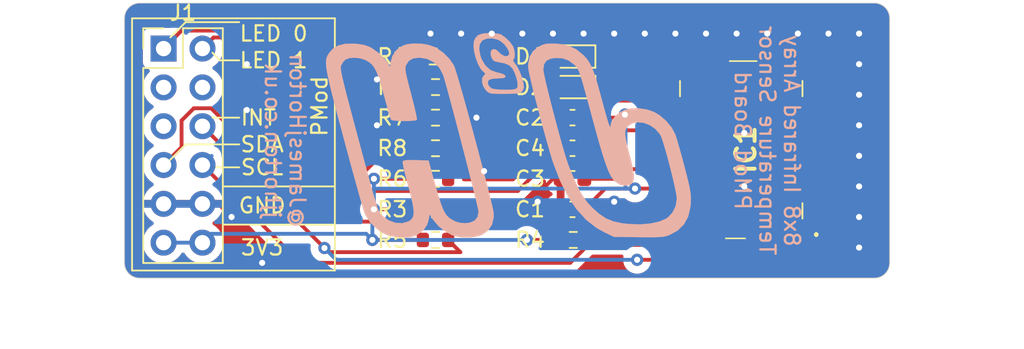
<source format=kicad_pcb>
(kicad_pcb (version 20221018) (generator pcbnew)
  (layers (0 "F.Cu" signal) (31 "B.Cu" signal) (34 "B.Paste" user) (35 "F.Paste" user) (36 "B.SilkS" user "B.Silkscreen") (37 "F.SilkS" user "F.Silkscreen") (38 "B.Mask" user) (39 "F.Mask" user) (44 "Edge.Cuts" user))
  (net 0 "")
  (net 1 "GND")
  (net 2 "+3V3")
  (net 3 "Net-(C3-Pad1)")
  (net 4 "Net-(C4-Pad2)")
  (net 5 "Net-(C4-Pad1)")
  (net 6 "Net-(D1-Pad2)")
  (net 7 "Net-(D2-Pad2)")
  (net 8 "Net-(IC1-Pad14)")
  (net 9 "Net-(IC1-Pad11)")
  (net 10 "Net-(IC1-Pad8)")
  (net 11 "Net-(IC1-Pad7)")
  (net 12 "Net-(IC1-Pad5)")
  (net 13 "INT")
  (net 14 "SCL")
  (net 15 "SDA")
  (net 16 "Net-(IC1-Pad1)")
  (net 17 "LED0")
  (net 18 "LED1")
  (net 19 "Net-(J1-Pad3)")
  (net 20 "Net-(J1-Pad5)")
  (net 21 "Net-(J1-Pad4)")
  (footprint "Capacitor_SMD:C_0603_1608Metric" (layer "F.Cu") (at 139.275 89.5 180)
    (fp_text reference "C1" (at 2.775 0) (layer "F.SilkS"))
    (fp_text value "0.1u")
    (fp_line (start -0.14058 -0.51) (end 0.14058 -0.51) (stroke (width 0.12)) (layer "F.SilkS"))
    (fp_line (start -0.14058 0.51) (end 0.14058 0.51) (stroke (width 0.12)) (layer "F.SilkS"))
    (pad "1" smd roundrect (at -0.775 0 180) (size 0.9 0.95) (layers "F.Cu" "F.Paste" "F.Mask") (net 2 "+3V3"))
    (pad "2" smd roundrect (at 0.775 0 180) (size 0.9 0.95) (layers "F.Cu" "F.Paste" "F.Mask") (net 1 "GND"))
  )
  (footprint "Capacitor_SMD:C_0603_1608Metric" (layer "F.Cu") (at 139.275 83.5 180)
    (fp_text reference "C2" (at 2.775 0) (layer "F.SilkS"))
    (fp_text value "10u")
    (fp_line (start -0.14058 -0.51) (end 0.14058 -0.51) (stroke (width 0.12)) (layer "F.SilkS"))
    (fp_line (start -0.14058 0.51) (end 0.14058 0.51) (stroke (width 0.12)) (layer "F.SilkS"))
    (pad "1" smd roundrect (at -0.775 0 180) (size 0.9 0.95) (layers "F.Cu" "F.Paste" "F.Mask") (net 2 "+3V3"))
    (pad "2" smd roundrect (at 0.775 0 180) (size 0.9 0.95) (layers "F.Cu" "F.Paste" "F.Mask") (net 1 "GND"))
  )
  (footprint "Capacitor_SMD:C_0603_1608Metric" (layer "F.Cu") (at 139.275 87.5 180)
    (fp_text reference "C3" (at 2.775 0) (layer "F.SilkS"))
    (fp_text value "1.5u")
    (fp_line (start -0.14058 -0.51) (end 0.14058 -0.51) (stroke (width 0.12)) (layer "F.SilkS"))
    (fp_line (start -0.14058 0.51) (end 0.14058 0.51) (stroke (width 0.12)) (layer "F.SilkS"))
    (pad "1" smd roundrect (at -0.775 0 180) (size 0.9 0.95) (layers "F.Cu" "F.Paste" "F.Mask") (net 3 "Net-(C3-Pad1)"))
    (pad "2" smd roundrect (at 0.775 0 180) (size 0.9 0.95) (layers "F.Cu" "F.Paste" "F.Mask") (net 1 "GND"))
  )
  (footprint "Capacitor_SMD:C_0603_1608Metric" (layer "F.Cu") (at 139.275 85.5 180)
    (fp_text reference "C4" (at 2.775 0) (layer "F.SilkS"))
    (fp_text value "1u")
    (fp_line (start -0.14058 -0.51) (end 0.14058 -0.51) (stroke (width 0.12)) (layer "F.SilkS"))
    (fp_line (start -0.14058 0.51) (end 0.14058 0.51) (stroke (width 0.12)) (layer "F.SilkS"))
    (pad "1" smd roundrect (at -0.775 0 180) (size 0.9 0.95) (layers "F.Cu" "F.Paste" "F.Mask") (net 5 "Net-(C4-Pad1)"))
    (pad "2" smd roundrect (at 0.775 0 180) (size 0.9 0.95) (layers "F.Cu" "F.Paste" "F.Mask") (net 4 "Net-(C4-Pad2)"))
  )
  (footprint "LED_SMD:LED_0603_1608Metric" (layer "F.Cu") (at 139.2875 79.5 180)
    (fp_text reference "D1" (at 2.7875 0) (layer "F.SilkS"))
    (fp_text value "LED")
    (fp_line (start -1.485 -0.735) (end -1.485 0.735) (stroke (width 0.12)) (layer "F.SilkS"))
    (fp_line (start -1.485 0.735) (end 0.8 0.735) (stroke (width 0.12)) (layer "F.SilkS"))
    (fp_line (start 0.8 -0.735) (end -1.485 -0.735) (stroke (width 0.12)) (layer "F.SilkS"))
    (pad "1" smd roundrect (at -0.7875 0 180) (size 0.875 0.95) (layers "F.Cu" "F.Paste" "F.Mask") (net 1 "GND"))
    (pad "2" smd roundrect (at 0.7875 0 180) (size 0.875 0.95) (layers "F.Cu" "F.Paste" "F.Mask") (net 6 "Net-(D1-Pad2)"))
  )
  (footprint "LED_SMD:LED_0603_1608Metric" (layer "F.Cu") (at 139.2875 81.5 180)
    (fp_text reference "D2" (at 2.7875 0) (layer "F.SilkS"))
    (fp_text value "LED")
    (fp_line (start -1.485 -0.735) (end -1.485 0.735) (stroke (width 0.12)) (layer "F.SilkS"))
    (fp_line (start -1.485 0.735) (end 0.8 0.735) (stroke (width 0.12)) (layer "F.SilkS"))
    (fp_line (start 0.8 -0.735) (end -1.485 -0.735) (stroke (width 0.12)) (layer "F.SilkS"))
    (pad "1" smd roundrect (at -0.7875 0 180) (size 0.875 0.95) (layers "F.Cu" "F.Paste" "F.Mask") (net 1 "GND"))
    (pad "2" smd roundrect (at 0.7875 0 180) (size 0.875 0.95) (layers "F.Cu" "F.Paste" "F.Mask") (net 7 "Net-(D2-Pad2)"))
  )
  (footprint "jjh:AMG8834" (layer "F.Cu") (at 150.3 85.6 90)
    (fp_text reference "IC1" (at 0 0.3 90) (layer "F.SilkS") (effects (font (size 1.27 1.27) (thickness 0.254))))
    (fp_text value "AMG8834" hide)
    (fp_line (start -5.8 -1) (end -5.8 -1) (stroke (width 0.1)) (layer "F.SilkS"))
    (fp_line (start -5.8 -1) (end -5.8 0.25) (stroke (width 0.1)) (layer "F.SilkS"))
    (fp_line (start -5.8 0.25) (end -5.8 -1) (stroke (width 0.1)) (layer "F.SilkS"))
    (fp_line (start -5.8 0.25) (end -5.8 0.25) (stroke (width 0.1)) (layer "F.SilkS"))
    (fp_line (start -5.6 4.9) (end -5.6 4.9) (stroke (width 0.2)) (layer "F.SilkS"))
    (fp_line (start -5.6 4.9) (end -5.6 4.9) (stroke (width 0.2)) (layer "F.SilkS"))
    (fp_line (start -5.5 4.9) (end -5.5 4.9) (stroke (width 0.2)) (layer "F.SilkS"))
    (fp_line (start -4.5 -4) (end -4.5 -4) (stroke (width 0.1)) (layer "F.SilkS"))
    (fp_line (start -4.5 -4) (end -3.5 -4) (stroke (width 0.1)) (layer "F.SilkS"))
    (fp_line (start -4.5 4) (end -4.5 4) (stroke (width 0.1)) (layer "F.SilkS"))
    (fp_line (start -4.5 4) (end -3.5 4) (stroke (width 0.1)) (layer "F.SilkS"))
    (fp_line (start -3.5 -4) (end -4.5 -4) (stroke (width 0.1)) (layer "F.SilkS"))
    (fp_line (start -3.5 -4) (end -3.5 -4) (stroke (width 0.1)) (layer "F.SilkS"))
    (fp_line (start -3.5 4) (end -4.5 4) (stroke (width 0.1)) (layer "F.SilkS"))
    (fp_line (start -3.5 4) (end -3.5 4) (stroke (width 0.1)) (layer "F.SilkS"))
    (fp_line (start 3.5 -4) (end 3.5 -4) (stroke (width 0.1)) (layer "F.SilkS"))
    (fp_line (start 3.5 -4) (end 4.5 -4) (stroke (width 0.1)) (layer "F.SilkS"))
    (fp_line (start 3.5 4) (end 3.5 4) (stroke (width 0.1)) (layer "F.SilkS"))
    (fp_line (start 3.5 4) (end 4.5 4) (stroke (width 0.1)) (layer "F.SilkS"))
    (fp_line (start 4.5 -4) (end 3.5 -4) (stroke (width 0.1)) (layer "F.SilkS"))
    (fp_line (start 4.5 -4) (end 4.5 -4) (stroke (width 0.1)) (layer "F.SilkS"))
    (fp_line (start 4.5 4) (end 3.5 4) (stroke (width 0.1)) (layer "F.SilkS"))
    (fp_line (start 4.5 4) (end 4.5 4) (stroke (width 0.1)) (layer "F.SilkS"))
    (fp_line (start 5.8 -0.75) (end 5.8 -0.75) (stroke (width 0.1)) (layer "F.SilkS"))
    (fp_line (start 5.8 -0.75) (end 5.8 1) (stroke (width 0.1)) (layer "F.SilkS"))
    (fp_line (start 5.8 1) (end 5.8 -0.75) (stroke (width 0.1)) (layer "F.SilkS"))
    (fp_line (start 5.8 1) (end 5.8 1) (stroke (width 0.1)) (layer "F.SilkS"))
    (fp_arc (start -5.6 4.9) (mid -5.55 4.85) (end -5.5 4.9) (stroke (width 0.2)) (layer "F.SilkS"))
    (fp_arc (start -5.5 4.9) (mid -5.55 4.95) (end -5.6 4.9) (stroke (width 0.2)) (layer "F.SilkS"))
    (fp_arc (start -5.5 4.9) (mid -5.55 4.95) (end -5.6 4.9) (stroke (width 0.2)) (layer "F.SilkS"))
    (pad "1" smd rect (at -5.5 2.55 90) (size 0.8 3.6) (layers "F.Cu" "F.Paste" "F.Mask") (net 16 "Net-(IC1-Pad1)"))
    (pad "2" smd rect (at -2.54 3.05 90) (size 0.7 2.6) (layers "F.Cu" "F.Paste" "F.Mask") (net 15 "SDA"))
    (pad "3" smd rect (at -1.27 3.05 90) (size 0.7 2.6) (layers "F.Cu" "F.Paste" "F.Mask") (net 14 "SCL"))
    (pad "4" smd rect (at 0 3.05 90) (size 0.7 2.6) (layers "F.Cu" "F.Paste" "F.Mask") (net 13 "INT"))
    (pad "5" smd rect (at 1.27 3.05 90) (size 0.7 2.6) (layers "F.Cu" "F.Paste" "F.Mask") (net 12 "Net-(IC1-Pad5)"))
    (pad "6" smd rect (at 2.54 3.05 90) (size 0.7 2.6) (layers "F.Cu" "F.Paste" "F.Mask") (net 1 "GND"))
    (pad "7" smd rect (at 5.5 3.05 90) (size 0.8 2.6) (layers "F.Cu" "F.Paste" "F.Mask") (net 11 "Net-(IC1-Pad7)"))
    (pad "8" smd rect (at 5.5 -3.05 90) (size 0.8 2.6) (layers "F.Cu" "F.Paste" "F.Mask") (net 10 "Net-(IC1-Pad8)"))
    (pad "9" smd rect (at 2.54 -3.05 90) (size 0.7 2.6) (layers "F.Cu" "F.Paste" "F.Mask") (net 2 "+3V3"))
    (pad "10" smd rect (at 1.27 -3.05 90) (size 0.7 2.6) (layers "F.Cu" "F.Paste" "F.Mask") (net 5 "Net-(C4-Pad1)"))
    (pad "11" smd rect (at 0 -3.05 90) (size 0.7 2.6) (layers "F.Cu" "F.Paste" "F.Mask") (net 9 "Net-(IC1-Pad11)"))
    (pad "12" smd rect (at -1.27 -3.05 90) (size 0.7 2.6) (layers "F.Cu" "F.Paste" "F.Mask") (net 3 "Net-(C3-Pad1)"))
    (pad "13" smd rect (at -2.54 -3.05 90) (size 0.7 2.6) (layers "F.Cu" "F.Paste" "F.Mask") (net 2 "+3V3"))
    (pad "14" smd rect (at -5.5 -3.05 90) (size 0.8 2.6) (layers "F.Cu" "F.Paste" "F.Mask") (net 8 "Net-(IC1-Pad14)"))
  )
  (footprint "Resistor_SMD:R_0603_1608Metric" (layer "F.Cu") (at 130.175 79.5)
    (fp_text reference "R1" (at -2.675 0) (layer "F.SilkS"))
    (fp_text value "R")
    (fp_line (start -0.237258 -0.5225) (end 0.237258 -0.5225) (stroke (width 0.12)) (layer "F.SilkS"))
    (fp_line (start -0.237258 0.5225) (end 0.237258 0.5225) (stroke (width 0.12)) (layer "F.SilkS"))
    (pad "1" smd roundrect (at -0.825 0) (size 0.8 0.95) (layers "F.Cu" "F.Paste" "F.Mask") (net 17 "LED0"))
    (pad "2" smd roundrect (at 0.825 0) (size 0.8 0.95) (layers "F.Cu" "F.Paste" "F.Mask") (net 6 "Net-(D1-Pad2)"))
  )
  (footprint "Resistor_SMD:R_0603_1608Metric" (layer "F.Cu") (at 130.325 81.5)
    (fp_text reference "R2" (at -2.825 0) (layer "F.SilkS"))
    (fp_text value "R")
    (fp_line (start -0.237258 -0.5225) (end 0.237258 -0.5225) (stroke (width 0.12)) (layer "F.SilkS"))
    (fp_line (start -0.237258 0.5225) (end 0.237258 0.5225) (stroke (width 0.12)) (layer "F.SilkS"))
    (pad "1" smd roundrect (at -0.825 0) (size 0.8 0.95) (layers "F.Cu" "F.Paste" "F.Mask") (net 18 "LED1"))
    (pad "2" smd roundrect (at 0.825 0) (size 0.8 0.95) (layers "F.Cu" "F.Paste" "F.Mask") (net 7 "Net-(D2-Pad2)"))
  )
  (footprint "Resistor_SMD:R_0603_1608Metric" (layer "F.Cu") (at 130.325 89.5)
    (fp_text reference "R3" (at -2.825 0) (layer "F.SilkS"))
    (fp_text value "10K")
    (fp_line (start -0.237258 -0.5225) (end 0.237258 -0.5225) (stroke (width 0.12)) (layer "F.SilkS"))
    (fp_line (start -0.237258 0.5225) (end 0.237258 0.5225) (stroke (width 0.12)) (layer "F.SilkS"))
    (pad "1" smd roundrect (at -0.825 0) (size 0.8 0.95) (layers "F.Cu" "F.Paste" "F.Mask") (net 2 "+3V3"))
    (pad "2" smd roundrect (at 0.825 0) (size 0.8 0.95) (layers "F.Cu" "F.Paste" "F.Mask") (net 15 "SDA"))
  )
  (footprint "Resistor_SMD:R_0603_1608Metric" (layer "F.Cu") (at 139.325 91.5)
    (fp_text reference "R4" (at -2.825 0) (layer "F.SilkS"))
    (fp_text value "10K")
    (fp_line (start -0.237258 -0.5225) (end 0.237258 -0.5225) (stroke (width 0.12)) (layer "F.SilkS"))
    (fp_line (start -0.237258 0.5225) (end 0.237258 0.5225) (stroke (width 0.12)) (layer "F.SilkS"))
    (pad "1" smd roundrect (at -0.825 0) (size 0.8 0.95) (layers "F.Cu" "F.Paste" "F.Mask") (net 2 "+3V3"))
    (pad "2" smd roundrect (at 0.825 0) (size 0.8 0.95) (layers "F.Cu" "F.Paste" "F.Mask") (net 14 "SCL"))
  )
  (footprint "Resistor_SMD:R_0603_1608Metric" (layer "F.Cu") (at 130.325 91.5)
    (fp_text reference "R5" (at -2.825 0) (layer "F.SilkS"))
    (fp_text value "10K")
    (fp_line (start -0.237258 -0.5225) (end 0.237258 -0.5225) (stroke (width 0.12)) (layer "F.SilkS"))
    (fp_line (start -0.237258 0.5225) (end 0.237258 0.5225) (stroke (width 0.12)) (layer "F.SilkS"))
    (pad "1" smd roundrect (at -0.825 0) (size 0.8 0.95) (layers "F.Cu" "F.Paste" "F.Mask") (net 2 "+3V3"))
    (pad "2" smd roundrect (at 0.825 0) (size 0.8 0.95) (layers "F.Cu" "F.Paste" "F.Mask") (net 13 "INT"))
  )
  (footprint "Resistor_SMD:R_0603_1608Metric" (layer "F.Cu") (at 130.325 87.5)
    (fp_text reference "R6" (at -2.825 0) (layer "F.SilkS"))
    (fp_text value "10k")
    (fp_line (start -0.237258 -0.5225) (end 0.237258 -0.5225) (stroke (width 0.12)) (layer "F.SilkS"))
    (fp_line (start -0.237258 0.5225) (end 0.237258 0.5225) (stroke (width 0.12)) (layer "F.SilkS"))
    (pad "1" smd roundrect (at -0.825 0) (size 0.8 0.95) (layers "F.Cu" "F.Paste" "F.Mask") (net 2 "+3V3"))
    (pad "2" smd roundrect (at 0.825 0) (size 0.8 0.95) (layers "F.Cu" "F.Paste" "F.Mask") (net 12 "Net-(IC1-Pad5)"))
  )
  (footprint "Resistor_SMD:R_0603_1608Metric" (layer "F.Cu") (at 130.325 83.5 180)
    (fp_text reference "R7" (at 2.825 0) (layer "F.SilkS"))
    (fp_text value "20")
    (fp_line (start -0.237258 -0.5225) (end 0.237258 -0.5225) (stroke (width 0.12)) (layer "F.SilkS"))
    (fp_line (start -0.237258 0.5225) (end 0.237258 0.5225) (stroke (width 0.12)) (layer "F.SilkS"))
    (pad "1" smd roundrect (at -0.825 0 180) (size 0.8 0.95) (layers "F.Cu" "F.Paste" "F.Mask") (net 4 "Net-(C4-Pad2)"))
    (pad "2" smd roundrect (at 0.825 0 180) (size 0.8 0.95) (layers "F.Cu" "F.Paste" "F.Mask") (net 1 "GND"))
  )
  (footprint "Resistor_SMD:R_0603_1608Metric" (layer "F.Cu") (at 130.325 85.5)
    (fp_text reference "R8" (at -2.825 0) (layer "F.SilkS"))
    (fp_text value "0")
    (fp_line (start -0.237258 -0.5225) (end 0.237258 -0.5225) (stroke (width 0.12)) (layer "F.SilkS"))
    (fp_line (start -0.237258 0.5225) (end 0.237258 0.5225) (stroke (width 0.12)) (layer "F.SilkS"))
    (pad "1" smd roundrect (at -0.825 0) (size 0.8 0.95) (layers "F.Cu" "F.Paste" "F.Mask") (net 12 "Net-(IC1-Pad5)"))
    (pad "2" smd roundrect (at 0.825 0) (size 0.8 0.95) (layers "F.Cu" "F.Paste" "F.Mask") (net 1 "GND"))
  )
  (footprint "Connector_PinHeader_2.54mm:PinHeader_2x06_P2.54mm_Vertical" (layer "F.Cu") (at 112.56 78.98)
    (fp_text reference "J1" (at 1.27 -2.33) (layer "F.SilkS"))
    (fp_text value "Conn_02x06_Counter_Clockwise")
    (fp_line (start -1.33 -1.33) (end 0 -1.33) (stroke (width 0.12)) (layer "F.SilkS"))
    (fp_line (start -1.33 0) (end -1.33 -1.33) (stroke (width 0.12)) (layer "F.SilkS"))
    (fp_line (start -1.33 1.27) (end -1.33 14.03) (stroke (width 0.12)) (layer "F.SilkS"))
    (fp_line (start -1.33 1.27) (end 1.27 1.27) (stroke (width 0.12)) (layer "F.SilkS"))
    (fp_line (start -1.33 14.03) (end 3.87 14.03) (stroke (width 0.12)) (layer "F.SilkS"))
    (fp_line (start 1.27 -1.33) (end 3.87 -1.33) (stroke (width 0.12)) (layer "F.SilkS"))
    (fp_line (start 1.27 1.27) (end 1.27 -1.33) (stroke (width 0.12)) (layer "F.SilkS"))
    (fp_line (start 3.87 -1.33) (end 3.87 14.03) (stroke (width 0.12)) (layer "F.SilkS"))
    (pad "1" thru_hole rect (at 0 0) (size 1.7 1.7) (drill 1) (layers "*.Cu" "*.Mask") (net 17 "LED0"))
    (pad "2" thru_hole oval (at 2.54 0) (size 1.7 1.7) (drill 1) (layers "*.Cu" "*.Mask") (net 18 "LED1"))
    (pad "3" thru_hole oval (at 0 2.54) (size 1.7 1.7) (drill 1) (layers "*.Cu" "*.Mask") (net 19 "Net-(J1-Pad3)"))
    (pad "4" thru_hole oval (at 2.54 2.54) (size 1.7 1.7) (drill 1) (layers "*.Cu" "*.Mask") (net 21 "Net-(J1-Pad4)"))
    (pad "5" thru_hole oval (at 0 5.08) (size 1.7 1.7) (drill 1) (layers "*.Cu" "*.Mask") (net 20 "Net-(J1-Pad5)"))
    (pad "6" thru_hole oval (at 2.54 5.08) (size 1.7 1.7) (drill 1) (layers "*.Cu" "*.Mask") (net 13 "INT"))
    (pad "7" thru_hole oval (at 0 7.62) (size 1.7 1.7) (drill 1) (layers "*.Cu" "*.Mask") (net 15 "SDA"))
    (pad "8" thru_hole oval (at 2.54 7.62) (size 1.7 1.7) (drill 1) (layers "*.Cu" "*.Mask") (net 14 "SCL"))
    (pad "9" thru_hole oval (at 0 10.16) (size 1.7 1.7) (drill 1) (layers "*.Cu" "*.Mask") (net 1 "GND"))
    (pad "10" thru_hole oval (at 2.54 10.16) (size 1.7 1.7) (drill 1) (layers "*.Cu" "*.Mask") (net 1 "GND"))
    (pad "11" thru_hole oval (at 0 12.7) (size 1.7 1.7) (drill 1) (layers "*.Cu" "*.Mask") (net 2 "+3V3"))
    (pad "12" thru_hole oval (at 2.54 12.7) (size 1.7 1.7) (drill 1) (layers "*.Cu" "*.Mask") (net 2 "+3V3"))
  )
  (footprint "jjh:Untitled" (layer "B.Cu") (at 135 85.5 180)
    (fp_text reference "G***" hide)
    (fp_text value "LOGO" hide)
    (fp_poly (pts (xy 1.594781 7.503024) (xy 1.89204 7.396976) (xy 2.080184 7.20351) (xy 2.16866 6.976653) (xy 2.191476 6.666911) (xy 2.141511 6.283257) (xy 2.034395 5.874079) (xy 1.88576 5.487763) (xy 1.711236 5.172698) (xy 1.526454 4.977269) (xy 1.521832 4.974331) (xy 1.416522 4.889412) (xy 1.456297 4.814486) (xy 1.505019 4.77706) (xy 1.620269 4.597788) (xy 1.635995 4.340422) (xy 1.558609 4.058976) (xy 1.394518 3.807464) (xy 1.389312 3.801976) (xy 1.283663 3.697335) (xy 1.181581 3.627589) (xy 1.047683 3.58566) (xy 0.846582 3.564471) (xy 0.542894 3.556943) (xy 0.15954 3.556) (xy -0.292933 3.560685) (xy -0.60577 3.577064) (xy -0.808468 3.608616) (xy -0.930526 3.658825) (xy -0.96762 3.689047) (xy -1.075568 3.879633) (xy -1.100667 4.020171) (xy -1.074717 4.213254) (xy -0.704632 4.213254) (xy -0.692575 4.005004) (xy -0.588938 3.891487) (xy -0.521958 3.866974) (xy -0.286385 3.832946) (xy 0.03696 3.820859) (xy 0.390139 3.828751) (xy 0.715214 3.85466) (xy 0.954247 3.896625) (xy 1.016 3.919043) (xy 1.200434 4.092158) (xy 1.253389 4.245395) (xy 1.237864 4.399807) (xy 1.13147 4.498513) (xy 0.909687 4.551923) (xy 0.547995 4.570447) (xy 0.486833 4.570844) (xy 0.21651 4.598447) (xy 0.096368 4.667218) (xy 0.117951 4.759102) (xy 0.2728 4.856043) (xy 0.552458 4.939987) (xy 0.669888 4.96163) (xy 1.070112 5.108054) (xy 1.404383 5.398202) (xy 1.654167 5.813241) (xy 1.737138 6.046198) (xy 1.820273 6.483021) (xy 1.781114 6.811694) (xy 1.618028 7.04287) (xy 1.580153 7.071642) (xy 1.298996 7.178635) (xy 0.950061 7.187119) (xy 0.600498 7.100899) (xy 0.419265 7.005879) (xy 0.186876 6.805638) (xy -0.004216 6.56387) (xy -0.123637 6.327913) (xy -0.141016 6.145105) (xy -0.138215 6.137026) (xy -0.021856 6.022965) (xy 0.163719 6.0271) (xy 0.376105 6.14029) (xy 0.517017 6.278291) (xy 0.727014 6.456109) (xy 0.911107 6.48588) (xy 1.038909 6.388831) (xy 1.080034 6.186189) (xy 1.01698 5.929035) (xy 0.922819 5.767023) (xy 0.775319 5.676861) (xy 0.520505 5.623228) (xy 0.127479 5.543577) (xy -0.152947 5.417227) (xy -0.354882 5.212123) (xy -0.512431 4.896209) (xy -0.629299 4.542612) (xy -0.704632 4.213254) (xy -1.074717 4.213254) (xy -1.062123 4.306952) (xy -0.96191 4.663538) (xy -0.823161 5.027687) (xy -0.669007 5.337155) (xy -0.54892 5.504809) (xy -0.412033 5.683059) (xy -0.40703 5.788101) (xy -0.416391 5.795376) (xy -0.486015 5.924657) (xy -0.504544 6.152667) (xy -0.47395 6.417332) (xy -0.396204 6.656578) (xy -0.388559 6.671704) (xy -0.189669 6.950458) (xy 0.091476 7.227796) (xy 0.38263 7.432995) (xy 0.3966 7.440321) (xy 0.574459 7.489058) (xy 0.858034 7.523331) (xy 1.163802 7.535333) (xy 1.594781 7.503024)) (stroke (width 0.01)) (fill solid) (layer "B.SilkS"))
    (fp_poly (pts (xy -2.542242 6.828419) (xy -2.327106 6.768676) (xy -2.116667 6.670004) (xy -1.731851 6.380838) (xy -1.483853 5.995685) (xy -1.378564 5.52594) (xy -1.382398 5.249333) (xy -1.415173 5.048441) (xy -1.487983 4.709099) (xy -1.594404 4.255694) (xy -1.728015 3.712612) (xy -1.882393 3.104241) (xy -2.051116 2.454965) (xy -2.227761 1.789173) (xy -2.405907 1.13125) (xy -2.579131 0.505582) (xy -2.74101 -0.063443) (xy -2.885122 -0.551439) (xy -3.005045 -0.93402) (xy -3.032416 -1.016) (xy -3.478993 -2.167274) (xy -3.982865 -3.161007) (xy -4.545841 -3.99964) (xy -5.169727 -4.685615) (xy -5.856332 -5.221376) (xy -6.347997 -5.495441) (xy -6.985 -5.799667) (xy -8.593667 -5.820856) (xy -9.169797 -5.826721) (xy -9.605681 -5.825647) (xy -9.930339 -5.81555) (xy -10.172788 -5.794347) (xy -10.362046 -5.759954) (xy -10.527133 -5.710288) (xy -10.618791 -5.675447) (xy -11.152723 -5.383847) (xy -11.556199 -4.98688) (xy -11.831313 -4.481407) (xy -11.980162 -3.864287) (xy -12.004137 -3.598334) (xy -12.013081 -3.350802) (xy -12.011754 -3.296436) (xy -11.090649 -3.296436) (xy -11.017608 -3.777571) (xy -10.811446 -4.205158) (xy -10.494313 -4.538129) (xy -10.380157 -4.613835) (xy -9.926584 -4.804591) (xy -9.350129 -4.928213) (xy -8.684836 -4.98119) (xy -7.964748 -4.960014) (xy -7.513895 -4.909296) (xy -6.944326 -4.786769) (xy -6.453105 -4.582622) (xy -5.990099 -4.270666) (xy -5.578134 -3.898055) (xy -5.280552 -3.582201) (xy -5.039777 -3.269951) (xy -4.817915 -2.906154) (xy -4.586089 -2.454226) (xy -4.377366 -2.000427) (xy -4.167796 -1.503237) (xy -3.988 -1.037101) (xy -3.907487 -0.804334) (xy -3.783442 -0.404109) (xy -3.638279 0.092461) (xy -3.478116 0.661701) (xy -3.309067 1.279936) (xy -3.137249 1.92349) (xy -2.968777 2.56869) (xy -2.809768 3.191859) (xy -2.666337 3.769324) (xy -2.544601 4.277407) (xy -2.450674 4.692436) (xy -2.390674 4.990733) (xy -2.370667 5.144811) (xy -2.418869 5.49233) (xy -2.574962 5.7252) (xy -2.856179 5.86033) (xy -3.147086 5.906703) (xy -3.613386 5.888865) (xy -4.021603 5.739336) (xy -4.417834 5.441152) (xy -4.421571 5.437662) (xy -4.495849 5.364356) (xy -4.562213 5.283282) (xy -4.626069 5.178103) (xy -4.692824 5.032484) (xy -4.767884 4.830089) (xy -4.856656 4.554581) (xy -4.964548 4.189626) (xy -5.096966 3.718887) (xy -5.259316 3.126029) (xy -5.457006 2.394715) (xy -5.580271 1.936801) (xy -5.830444 1.017553) (xy -6.046981 0.248165) (xy -6.235283 -0.386279) (xy -6.400749 -0.900691) (xy -6.548781 -1.309986) (xy -6.684778 -1.629078) (xy -6.814141 -1.87288) (xy -6.942269 -2.056305) (xy -7.074562 -2.194269) (xy -7.076804 -2.196242) (xy -7.38632 -2.388179) (xy -7.712348 -2.458805) (xy -8.008239 -2.402912) (xy -8.1425 -2.315211) (xy -8.238554 -2.182384) (xy -8.284412 -1.988192) (xy -8.278499 -1.711571) (xy -8.21924 -1.33146) (xy -8.105059 -0.826795) (xy -8.001 -0.423334) (xy -7.857381 0.13766) (xy -7.764695 0.563025) (xy -7.721234 0.878075) (xy -7.725288 1.108123) (xy -7.775146 1.278482) (xy -7.869101 1.414466) (xy -7.876344 1.422343) (xy -8.171635 1.624601) (xy -8.534617 1.700442) (xy -8.931253 1.658821) (xy -9.327506 1.50869) (xy -9.689339 1.259003) (xy -9.982716 0.918716) (xy -10.019856 0.858465) (xy -10.098156 0.675723) (xy -10.204347 0.358895) (xy -10.330342 -0.06064) (xy -10.468053 -0.551499) (xy -10.609394 -1.082303) (xy -10.746276 -1.621671) (xy -10.870612 -2.138222) (xy -10.974315 -2.600577) (xy -11.049298 -2.977353) (xy -11.087473 -3.237172) (xy -11.090649 -3.296436) (xy -12.011754 -3.296436) (xy -12.007443 -3.11993) (xy -11.982 -2.875093) (xy -11.931529 -2.585662) (xy -11.850809 -2.221011) (xy -11.734616 -1.750513) (xy -11.600287 -1.230011) (xy -11.456153 -0.686567) (xy -11.314376 -0.169224) (xy -11.184495 0.288484) (xy -11.076045 0.653025) (xy -10.998564 0.890866) (xy -10.991988 0.908799) (xy -10.752318 1.357349) (xy -10.392867 1.791525) (xy -9.959662 2.162595) (xy -9.609667 2.3723) (xy -9.133259 2.536917) (xy -8.600782 2.614312) (xy -8.078171 2.600095) (xy -7.661835 2.501976) (xy -7.335063 2.325628) (xy -7.052164 2.08065) (xy -6.851371 1.808221) (xy -6.770916 1.549517) (xy -6.770759 1.54222) (xy -6.761209 1.418507) (xy -6.733911 1.395003) (xy -6.685169 1.482255) (xy -6.611287 1.690809) (xy -6.508571 2.031213) (xy -6.373325 2.514015) (xy -6.201854 3.14976) (xy -6.183855 3.217333) (xy -5.988588 3.934301) (xy -5.820205 4.508442) (xy -5.669366 4.962341) (xy -5.52673 5.318584) (xy -5.382957 5.599756) (xy -5.228707 5.828444) (xy -5.054638 6.027233) (xy -4.998844 6.08278) (xy -4.544973 6.453532) (xy -4.066308 6.690907) (xy -3.51409 6.815207) (xy -3.175 6.842178) (xy -2.804716 6.849641) (xy -2.542242 6.828419)) (stroke (width 0.01)) (fill solid) (layer "B.SilkS"))
    (fp_poly (pts (xy 6.55668 6.796721) (xy 6.83823 6.698752) (xy 7.230291 6.413727) (xy 7.491853 6.0347) (xy 7.59785 5.665369) (xy 7.64319 5.327333) (xy 7.787716 5.5635) (xy 8.054881 5.906814) (xy 8.416365 6.24968) (xy 8.807284 6.533967) (xy 8.974666 6.626882) (xy 9.315736 6.751951) (xy 9.740375 6.823337) (xy 10.041526 6.844139) (xy 10.601952 6.828035) (xy 11.04133 6.717814) (xy 11.385404 6.503771) (xy 11.607515 6.253842) (xy 11.689627 6.132202) (xy 11.755011 6.010442) (xy 11.801428 5.875263) (xy 11.826637 5.713369) (xy 11.828399 5.511462) (xy 11.804472 5.256247) (xy 11.752618 4.934424) (xy 11.670594 4.532698) (xy 11.556162 4.037772) (xy 11.407081 3.436348) (xy 11.22111 2.715129) (xy 10.99601 1.860818) (xy 10.72954 0.860118) (xy 10.646268 0.548353) (xy 10.415379 -0.311596) (xy 10.193556 -1.129751) (xy 9.985281 -1.890113) (xy 9.795038 -2.57668) (xy 9.627312 -3.173453) (xy 9.486585 -3.664429) (xy 9.377341 -4.033609) (xy 9.304064 -4.264991) (xy 9.278656 -4.33224) (xy 8.950877 -4.844128) (xy 8.501616 -5.287438) (xy 8.117094 -5.543431) (xy 7.828141 -5.681529) (xy 7.543496 -5.765226) (xy 7.194025 -5.811575) (xy 6.970593 -5.826218) (xy 6.59354 -5.838187) (xy 6.324369 -5.821039) (xy 6.102881 -5.766216) (xy 5.881771 -5.671427) (xy 5.48453 -5.395939) (xy 5.223379 -5.019697) (xy 5.111325 -4.640852) (xy 5.060069 -4.328703) (xy 4.794867 -4.725518) (xy 4.478344 -5.094308) (xy 4.068017 -5.425788) (xy 3.627183 -5.673204) (xy 3.401678 -5.754581) (xy 2.933947 -5.834477) (xy 2.430225 -5.839103) (xy 1.956585 -5.772251) (xy 1.605439 -5.6515) (xy 1.226658 -5.373533) (xy 0.979878 -4.995009) (xy 0.872183 -4.529694) (xy 0.875531 -4.233334) (xy 0.88937 -4.15222) (xy 1.862666 -4.15222) (xy 1.928493 -4.500476) (xy 2.125839 -4.742155) (xy 2.454505 -4.877089) (xy 2.777037 -4.908092) (xy 3.081139 -4.876359) (xy 3.366583 -4.794761) (xy 3.412037 -4.774001) (xy 3.616594 -4.664152) (xy 3.786946 -4.548455) (xy 3.932501 -4.407549) (xy 4.062665 -4.22207) (xy 4.186847 -3.972655) (xy 4.314453 -3.639942) (xy 4.454891 -3.204568) (xy 4.617567 -2.647168) (xy 4.81189 -1.948382) (xy 4.847048 -1.820334) (xy 5.125742 -0.804334) (xy 5.951011 -0.780083) (xy 6.354883 -0.773947) (xy 6.616839 -0.785846) (xy 6.763608 -0.818594) (xy 6.820724 -0.87165) (xy 6.813806 -0.988189) (xy 6.766702 -1.238222) (xy 6.685984 -1.592492) (xy 6.57822 -2.021742) (xy 6.480584 -2.386269) (xy 6.305467 -3.044347) (xy 6.18404 -3.562024) (xy 6.115969 -3.959384) (xy 6.100921 -4.25651) (xy 6.138562 -4.473486) (xy 6.228559 -4.630395) (xy 6.370577 -4.747321) (xy 6.440722 -4.786798) (xy 6.849271 -4.907044) (xy 7.293566 -4.880391) (xy 7.739517 -4.714199) (xy 8.151283 -4.417466) (xy 8.210894 -4.360165) (xy 8.265128 -4.298914) (xy 8.317844 -4.221177) (xy 8.3729 -4.114416) (xy 8.434155 -3.966094) (xy 8.505468 -3.763676) (xy 8.590698 -3.494625) (xy 8.693703 -3.146403) (xy 8.818341 -2.706475) (xy 8.968473 -2.162303) (xy 9.147956 -1.501352) (xy 9.360649 -0.711083) (xy 9.610411 0.221038) (xy 9.819332 1.001891) (xy 10.070839 1.943922) (xy 10.280997 2.736422) (xy 10.452976 3.393238) (xy 10.589946 3.928217) (xy 10.695078 4.355205) (xy 10.771541 4.688047) (xy 10.822507 4.94059) (xy 10.851146 5.12668) (xy 10.860627 5.260164) (xy 10.854122 5.354887) (xy 10.8348 5.424696) (xy 10.833013 5.429097) (xy 10.701834 5.650269) (xy 10.552825 5.803039) (xy 10.299789 5.898081) (xy 9.956666 5.922626) (xy 9.586337 5.878807) (xy 9.25168 5.768761) (xy 9.230198 5.758115) (xy 9.012011 5.63014) (xy 8.830684 5.476298) (xy 8.674184 5.27343) (xy 8.530475 4.998379) (xy 8.387523 4.627987) (xy 8.233295 4.139097) (xy 8.055754 3.508551) (xy 8.049813 3.486728) (xy 7.915445 2.998444) (xy 7.793249 2.56487) (xy 7.691121 2.213189) (xy 7.616954 1.970588) (xy 7.578645 1.864251) (xy 7.578564 1.864118) (xy 7.474153 1.825098) (xy 7.247341 1.79793) (xy 6.944527 1.782787) (xy 6.612113 1.779842) (xy 6.296499 1.789268) (xy 6.044087 1.811241) (xy 5.901277 1.845932) (xy 5.887342 1.857797) (xy 5.893127 1.960608) (xy 5.938152 2.200481) (xy 6.016531 2.551271) (xy 6.122373 2.986832) (xy 6.249791 3.481018) (xy 6.270451 3.558775) (xy 6.419521 4.124048) (xy 6.52675 4.550805) (xy 6.59643 4.863462) (xy 6.632854 5.086429) (xy 6.640316 5.244122) (xy 6.623108 5.360953) (xy 6.599436 5.429684) (xy 6.418534 5.712025) (xy 6.147242 5.872792) (xy 5.760269 5.926527) (xy 5.735121 5.926666) (xy 5.228898 5.847186) (xy 4.784752 5.621116) (xy 4.427332 5.267011) (xy 4.181291 4.803428) (xy 4.160424 4.741333) (xy 4.080352 4.473541) (xy 3.969136 4.079728) (xy 3.831641 3.578721) (xy 3.672729 2.989345) (xy 3.497265 2.330428) (xy 3.310114 1.620795) (xy 3.116138 0.879273) (xy 2.920202 0.124688) (xy 2.727171 -0.624134) (xy 2.541908 -1.348367) (xy 2.369276 -2.029183) (xy 2.214141 -2.647758) (xy 2.081366 -3.185265) (xy 1.975814 -3.622876) (xy 1.902351 -3.941767) (xy 1.86584 -4.123111) (xy 1.862666 -4.15222) (xy 0.88937 -4.15222) (xy 0.906787 -4.050139) (xy 0.978465 -3.724823) (xy 1.085499 -3.276237) (xy 1.22282 -2.723232) (xy 1.38536 -2.08466) (xy 1.568052 -1.379371) (xy 1.765827 -0.626218) (xy 1.973617 0.155948) (xy 2.186355 0.948277) (xy 2.398973 1.731916) (xy 2.606402 2.488015) (xy 2.803575 3.197721) (xy 2.985424 3.842185) (xy 3.146881 4.402553) (xy 3.282878 4.859976) (xy 3.388347 5.195601) (xy 3.458221 5.390578) (xy 3.469227 5.41454) (xy 3.758831 5.841486) (xy 4.158998 6.24145) (xy 4.61317 6.560182) (xy 4.725008 6.619094) (xy 5.138588 6.763721) (xy 5.620464 6.842994) (xy 6.11253 6.854724) (xy 6.55668 6.796721)) (stroke (width 0.01)) (fill solid) (layer "B.SilkS"))
  )
  (gr_line (start 110.5 93.5) (end 117 93.5) (stroke (width 0.12)) (layer "F.SilkS"))
  (gr_line (start 117.5 77.25) (end 117.25 77.25) (stroke (width 0.12)) (layer "F.SilkS"))
  (gr_line (start 117 93.5) (end 123.75 93.5) (stroke (width 0.12)) (layer "F.SilkS"))
  (gr_line (start 113 78.25) (end 114 77.25) (stroke (width 0.12)) (layer "F.SilkS"))
  (gr_line (start 116.25 79.75) (end 115.75 79.25) (stroke (width 0.12)) (layer "F.SilkS"))
  (gr_line (start 114 77.25) (end 117.25 77.25) (stroke (width 0.12)) (layer "F.SilkS"))
  (gr_line (start 123.75 93.5) (end 123.75 77) (stroke (width 0.12)) (layer "F.SilkS"))
  (gr_line (start 117.5 83.5) (end 115.75 83.5) (stroke (width 0.12)) (layer "F.SilkS"))
  (gr_line (start 117.5 79.75) (end 116.25 79.75) (stroke (width 0.12)) (layer "F.SilkS"))
  (gr_line (start 114 85.25) (end 112.75 86.5) (stroke (width 0.12)) (layer "F.SilkS"))
  (gr_line (start 123.75 77) (end 110.5 77) (stroke (width 0.12)) (layer "F.SilkS"))
  (gr_line (start 116 86.75) (end 117.5 86.75) (stroke (width 0.12)) (layer "F.SilkS"))
  (gr_line (start 110.5 77) (end 110.5 93.5) (stroke (width 0.12)) (layer "F.SilkS"))
  (gr_line (start 116.5 88) (end 123.75 88) (stroke (width 0.12)) (layer "F.SilkS"))
  (gr_line (start 116.5 90.5) (end 123.75 90.5) (stroke (width 0.12)) (layer "F.SilkS"))
  (gr_line (start 117.5 85.25) (end 114 85.25) (stroke (width 0.12)) (layer "F.SilkS"))
  (gr_arc (start 110 77) (mid 110.292893 76.292893) (end 111 76) (stroke (width 0.05)) (layer "Edge.Cuts"))
  (gr_line (start 160 93) (end 160 78) (stroke (width 0.05)) (layer "Edge.Cuts"))
  (gr_line (start 160 78) (end 160 77) (stroke (width 0.05)) (layer "Edge.Cuts"))
  (gr_line (start 110 93) (end 110 77) (stroke (width 0.05)) (layer "Edge.Cuts"))
  (gr_line (start 111 76) (end 159 76) (stroke (width 0.05)) (layer "Edge.Cuts"))
  (gr_arc (start 159 76) (mid 159.707107 76.292893) (end 160 77) (stroke (width 0.05)) (layer "Edge.Cuts"))
  (gr_line (start 111 94) (end 159 94) (stroke (width 0.05)) (layer "Edge.Cuts"))
  (gr_arc (start 111 94) (mid 110.292893 93.707107) (end 110 93) (stroke (width 0.05)) (layer "Edge.Cuts"))
  (gr_arc (start 160 93) (mid 159.707107 93.707107) (end 159 94) (stroke (width 0.05)) (layer "Edge.Cuts"))
  (gr_text "@JamesjHorton\njjhorton.co.uk" (at 120.5 85 270) (layer "B.SilkS") (effects (font (size 1 1)) (justify mirror)))
  (gr_text "8x8 Infrared Array\nTemperature Sensor\nPMod Board" (at 152 85 -90) (layer "B.SilkS") (effects (font (size 1 1)) (justify mirror)))
  (gr_text "SDA" (at 119 85.25) (layer "F.SilkS") (effects (font (size 1 1))))
  (gr_text "SCL" (at 119 86.75) (layer "F.SilkS") (effects (font (size 1 1))))
  (gr_text "3V3" (at 119 92) (layer "F.SilkS") (effects (font (size 1 1))))
  (gr_text "LED 0" (at 119.75 78) (layer "F.SilkS") (effects (font (size 1 1))))
  (gr_text "INT" (at 118.75 83.5) (layer "F.SilkS") (effects (font (size 1 1))))
  (gr_text "GND" (at 119 89.25) (layer "F.SilkS") (effects (font (size 1 1))))
  (gr_text "LED 1" (at 119.75 79.75) (layer "F.SilkS") (effects (font (size 1 1))))
  (gr_text "PMod" (at 122.75 82.75 90) (layer "F.SilkS") (effects (font (size 1 1))))
  (segment (start 115.86 89.14) (end 115.1 89.14) (width 0.25) (layer "F.Cu") (net 1))
  (segment (start 137 88.5) (end 137 89) (width 0.25) (layer "F.Cu") (net 1))
  (segment (start 117 90) (end 116 89) (width 0.25) (layer "F.Cu") (net 1))
  (segment (start 131.15 85.35) (end 131.15 85.5) (width 0.25) (layer "F.Cu") (net 1))
  (segment (start 116 89) (end 115.86 89.14) (width 0.25) (layer "F.Cu") (net 1))
  (segment (start 138.5 87.5) (end 138 87.5) (width 0.25) (layer "F.Cu") (net 1))
  (segment (start 133 83.5) (end 131.15 85.35) (width 0.25) (layer "F.Cu") (net 1))
  (segment (start 138 87.5) (end 137 88.5) (width 0.25) (layer "F.Cu") (net 1))
  (via (at 150.5 88) (size 0.8) (drill 0.4) (layers "F.Cu" "B.Cu") (net 1))
  (via (at 158 86) (size 0.8) (drill 0.4) (layers "F.Cu" "B.Cu") (net 1))
  (via (at 142 89) (size 0.8) (drill 0.4) (layers "F.Cu" "B.Cu") (net 1))
  (via (at 150.5 84.5) (size 0.8) (drill 0.4) (layers "F.Cu" "B.Cu") (net 1))
  (via (at 146 78) (size 0.8) (drill 0.4) (layers "F.Cu" "B.Cu") (net 1))
  (via (at 144 78) (size 0.8) (drill 0.4) (layers "F.Cu" "B.Cu") (net 1))
  (via (at 154 78) (size 0.8) (drill 0.4) (layers "F.Cu" "B.Cu") (net 1))
  (via (at 137 89) (size 0.8) (drill 0.4) (layers "F.Cu" "B.Cu") (net 1))
  (via (at 133.5 87) (size 0.8) (drill 0.4) (layers "F.Cu" "B.Cu") (net 1))
  (via (at 126.5 81) (size 0.8) (drill 0.4) (layers "F.Cu" "B.Cu") (net 1))
  (via (at 119 93) (size 0.8) (drill 0.4) (layers "F.Cu" "B.Cu") (net 1))
  (via (at 152 78) (size 0.8) (drill 0.4) (layers "F.Cu" "B.Cu") (net 1))
  (via (at 158 90) (size 0.8) (drill 0.4) (layers "F.Cu" "B.Cu") (net 1))
  (via (at 158 78) (size 0.8) (drill 0.4) (layers "F.Cu" "B.Cu") (net 1))
  (via (at 134 78) (size 0.8) (drill 0.4) (layers "F.Cu" "B.Cu") (net 1))
  (via (at 156 78) (size 0.8) (drill 0.4) (layers "F.Cu" "B.Cu") (net 1))
  (via (at 133 83.5) (size 0.8) (drill 0.4) (layers "F.Cu" "B.Cu") (net 1))
  (via (at 158 82) (size 0.8) (drill 0.4) (layers "F.Cu" "B.Cu") (net 1))
  (via (at 117 90) (size 0.8) (drill 0.4) (layers "F.Cu" "B.Cu") (net 1))
  (via (at 118 80) (size 0.8) (drill 0.4) (layers "F.Cu" "B.Cu") (net 1))
  (via (at 118 83) (size 0.8) (drill 0.4) (layers "F.Cu" "B.Cu") (net 1))
  (via (at 136 78) (size 0.8) (drill 0.4) (layers "F.Cu" "B.Cu") (net 1))
  (via (at 142 78) (size 0.8) (drill 0.4) (layers "F.Cu" "B.Cu") (net 1))
  (via (at 138 78) (size 0.8) (drill 0.4) (layers "F.Cu" "B.Cu") (net 1))
  (via (at 158 84) (size 0.8) (drill 0.4) (layers "F.Cu" "B.Cu") (net 1))
  (via (at 158 88) (size 0.8) (drill 0.4) (layers "F.Cu" "B.Cu") (net 1))
  (via (at 158 80) (size 0.8) (drill 0.4) (layers "F.Cu" "B.Cu") (net 1))
  (via (at 132 78) (size 0.8) (drill 0.4) (layers "F.Cu" "B.Cu") (net 1))
  (via (at 148 78) (size 0.8) (drill 0.4) (layers "F.Cu" "B.Cu") (net 1))
  (via (at 140 78) (size 0.8) (drill 0.4) (layers "F.Cu" "B.Cu") (net 1))
  (via (at 150 78) (size 0.8) (drill 0.4) (layers "F.Cu" "B.Cu") (net 1))
  (via (at 130 78) (size 0.8) (drill 0.4) (layers "F.Cu" "B.Cu") (net 1))
  (via (at 126.5 84) (size 0.8) (drill 0.4) (layers "F.Cu" "B.Cu") (net 1))
  (via (at 158 92) (size 0.8) (drill 0.4) (layers "F.Cu" "B.Cu") (net 1))
  (segment (start 126.2 91.5) (end 126.2 91.5) (width 0.25) (layer "F.Cu") (net 2))
  (segment (start 126.3 89.5) (end 126.3 89.5) (width 0.25) (layer "F.Cu") (net 2))
  (segment (start 126.3 87.5) (end 126.3 87.5) (width 0.25) (layer "F.Cu") (net 2))
  (segment (start 136.3 91.5) (end 136.3 91.5) (width 0.25) (layer "F.Cu") (net 2))
  (segment (start 143.36 88.14) (end 141.41 88.14) (width 0.25) (layer "F.Cu") (net 2))
  (segment (start 142.7 83.3) (end 142.94 83.06) (width 0.25) (layer "F.Cu") (net 2))
  (segment (start 129.5 89.5) (end 129.1 89.5) (width 0.25) (layer "F.Cu") (net 2))
  (segment (start 129.5 91.5) (end 126.2 91.5) (width 0.25) (layer "F.Cu") (net 2))
  (segment (start 140.05 83.5) (end 142.5 83.5) (width 0.25) (layer "F.Cu") (net 2))
  (segment (start 142.94 83.06) (end 147.25 83.06) (width 0.25) (layer "F.Cu") (net 2))
  (segment (start 129.5 89.5) (end 126.3 89.5) (width 0.25) (layer "F.Cu") (net 2))
  (segment (start 129.5 87.5) (end 126.3 87.5) (width 0.25) (layer "F.Cu") (net 2))
  (segment (start 147.25 88.14) (end 143.36 88.14) (width 0.25) (layer "F.Cu") (net 2))
  (segment (start 142.5 83.5) (end 142.7 83.3) (width 0.25) (layer "F.Cu") (net 2))
  (segment (start 141.41 88.14) (end 140.05 89.5) (width 0.25) (layer "F.Cu") (net 2))
  (segment (start 138.5 91.5) (end 136.3 91.5) (width 0.25) (layer "F.Cu") (net 2))
  (via (at 126.3 87.5) (size 0.8) (drill 0.4) (layers "F.Cu" "B.Cu") (net 2))
  (via (at 136.3 91.5) (size 0.8) (drill 0.4) (layers "F.Cu" "B.Cu") (net 2))
  (via (at 126.3 89.5) (size 0.8) (drill 0.4) (layers "F.Cu" "B.Cu") (net 2))
  (via (at 142.7 83.3) (size 0.8) (drill 0.4) (layers "F.Cu" "B.Cu") (net 2))
  (via (at 126.2 91.5) (size 0.8) (drill 0.4) (layers "F.Cu" "B.Cu") (net 2))
  (via (at 143.36 88.14) (size 0.8) (drill 0.4) (layers "F.Cu" "B.Cu") (net 2))
  (segment (start 125.800001 91.100001) (end 115.679999 91.100001) (width 0.25) (layer "B.Cu") (net 2))
  (segment (start 142.74 83.34) (end 142.7 83.3) (width 0.25) (layer "B.Cu") (net 2))
  (segment (start 142.74 88.14) (end 142.74 83.34) (width 0.25) (layer "B.Cu") (net 2))
  (segment (start 126.34 88.14) (end 126.3 88.1) (width 0.25) (layer "B.Cu") (net 2))
  (segment (start 126.2 89.6) (end 126.3 89.5) (width 0.25) (layer "B.Cu") (net 2))
  (segment (start 142.74 88.14) (end 126.34 88.14) (width 0.25) (layer "B.Cu") (net 2))
  (segment (start 126.2 91.5) (end 126.2 89.6) (width 0.25) (layer "B.Cu") (net 2))
  (segment (start 136.3 91.5) (end 126.2 91.5) (width 0.25) (layer "B.Cu") (net 2))
  (segment (start 112.56 91.68) (end 115.1 91.68) (width 0.25) (layer "B.Cu") (net 2))
  (segment (start 126.2 91.5) (end 125.800001 91.100001) (width 0.25) (layer "B.Cu") (net 2))
  (segment (start 115.679999 91.100001) (end 115.1 91.68) (width 0.25) (layer "B.Cu") (net 2))
  (segment (start 143.36 88.14) (end 142.74 88.14) (width 0.25) (layer "B.Cu") (net 2))
  (segment (start 126.3 89.5) (end 126.3 88.1) (width 0.25) (layer "B.Cu") (net 2))
  (segment (start 126.3 88.1) (end 126.3 87.5) (width 0.25) (layer "B.Cu") (net 2))
  (segment (start 142 87.5) (end 142.63 86.87) (width 0.25) (layer "F.Cu") (net 3))
  (segment (start 140.05 87.5) (end 142 87.5) (width 0.25) (layer "F.Cu") (net 3))
  (segment (start 142.63 86.87) (end 144.07 86.87) (width 0.25) (layer "F.Cu") (net 3))
  (segment (start 144.07 86.87) (end 147.25 86.87) (width 0.25) (layer "F.Cu") (net 3))
  (segment (start 125.574999 87.151999) (end 128.426988 84.30001) (width 0.25) (layer "F.Cu") (net 4))
  (segment (start 135.69999 88.30001) (end 126.027008 88.30001) (width 0.25) (layer "F.Cu") (net 4))
  (segment (start 126.027008 88.30001) (end 125.574999 87.848001) (width 0.25) (layer "F.Cu") (net 4))
  (segment (start 138.5 85.5) (end 135.69999 88.30001) (width 0.25) (layer "F.Cu") (net 4))
  (segment (start 130.34999 84.30001) (end 129.482512 84.30001) (width 0.25) (layer "F.Cu") (net 4))
  (segment (start 128.426988 84.30001) (end 129.482512 84.30001) (width 0.25) (layer "F.Cu") (net 4))
  (segment (start 131.15 83.5) (end 130.34999 84.30001) (width 0.25) (layer "F.Cu") (net 4))
  (segment (start 125.574999 87.848001) (end 125.574999 87.151999) (width 0.25) (layer "F.Cu") (net 4))
  (segment (start 141.22 84.33) (end 140.05 85.5) (width 0.25) (layer "F.Cu") (net 5))
  (segment (start 147.25 84.33) (end 141.22 84.33) (width 0.25) (layer "F.Cu") (net 5))
  (segment (start 131 79.5) (end 138.5 79.5) (width 0.25) (layer "F.Cu") (net 6))
  (segment (start 131.15 81.5) (end 138.5 81.5) (width 0.25) (layer "F.Cu") (net 7))
  (segment (start 129.5 85.5) (end 129.5 85.85) (width 0.25) (layer "F.Cu") (net 12))
  (segment (start 150.454999 82.384999) (end 152.4 84.33) (width 0.25) (layer "F.Cu") (net 12))
  (segment (start 152.4 84.33) (end 153.35 84.33) (width 0.25) (layer "F.Cu") (net 12))
  (segment (start 131.15 87.5) (end 136.265001 82.384999) (width 0.25) (layer "F.Cu") (net 12))
  (segment (start 136.265001 82.384999) (end 150.454999 82.384999) (width 0.25) (layer "F.Cu") (net 12))
  (segment (start 129.5 85.85) (end 131.15 87.5) (width 0.25) (layer "F.Cu") (net 12))
  (segment (start 143.5 92.8) (end 143.5 92.8) (width 0.25) (layer "F.Cu") (net 13))
  (segment (start 123.07 92.03) (end 123.34001 92.30001) (width 0.25) (layer "F.Cu") (net 13))
  (segment (start 131.15 91.5) (end 131.95001 92.30001) (width 0.25) (layer "F.Cu") (net 13))
  (segment (start 155.00001 92.30001) (end 154.50002 92.8) (width 0.25) (layer "F.Cu") (net 13))
  (segment (start 155.071402 92.30001) (end 156.45001 90.921402) (width 0.25) (layer "F.Cu") (net 13))
  (segment (start 123.34001 92.30001) (end 131.95001 92.30001) (width 0.25) (layer "F.Cu") (net 13))
  (segment (start 154.50002 92.8) (end 143.5 92.8) (width 0.25) (layer "F.Cu") (net 13))
  (segment (start 156.450009 87.783599) (end 154.26641 85.6) (width 0.25) (layer "F.Cu") (net 13))
  (segment (start 121.62 90.58) (end 123.07 92.03) (width 0.25) (layer "F.Cu") (net 13))
  (segment (start 121.62 90.58) (end 115.1 84.06) (width 0.25) (layer "F.Cu") (net 13))
  (segment (start 156.45001 90.921402) (end 156.450009 87.783599) (width 0.25) (layer "F.Cu") (net 13))
  (segment (start 154.26641 85.6) (end 153.35 85.6) (width 0.25) (layer "F.Cu") (net 13))
  (segment (start 155.071402 92.30001) (end 155.00001 92.30001) (width 0.25) (layer "F.Cu") (net 13))
  (via (at 123.07 92.03) (size 0.8) (drill 0.4) (layers "F.Cu" "B.Cu") (net 13))
  (via (at 143.5 92.8) (size 0.8) (drill 0.4) (layers "F.Cu" "B.Cu") (net 13))
  (segment (start 143.5 92.8) (end 123.84 92.8) (width 0.25) (layer "B.Cu") (net 13))
  (segment (start 123.84 92.8) (end 123.07 92.03) (width 0.25) (layer "B.Cu") (net 13))
  (segment (start 156 87.97) (end 154.9 86.87) (width 0.25) (layer "F.Cu") (net 14))
  (segment (start 154.9 86.87) (end 153.35 86.87) (width 0.25) (layer "F.Cu") (net 14))
  (segment (start 139.125 93) (end 121.5 93) (width 0.25) (layer "F.Cu") (net 14))
  (segment (start 140.475001 91.825001) (end 144.325001 91.825001) (width 0.25) (layer "F.Cu") (net 14))
  (segment (start 140.15 91.5) (end 140.15 91.975) (width 0.25) (layer "F.Cu") (net 14))
  (segment (start 144.325001 91.825001) (end 154.910001 91.825001) (width 0.25) (layer "F.Cu") (net 14))
  (segment (start 140.15 91.975) (end 139.125 93) (width 0.25) (layer "F.Cu") (net 14))
  (segment (start 140.15 91.5) (end 140.475001 91.825001) (width 0.25) (layer "F.Cu") (net 14))
  (segment (start 121.5 93) (end 115.1 86.6) (width 0.25) (layer "F.Cu") (net 14))
  (segment (start 140.15 91.5) (end 140.15 90.95) (width 0.25) (layer "F.Cu") (net 14))
  (segment (start 154.910001 91.825001) (end 156 90.735002) (width 0.25) (layer "F.Cu") (net 14))
  (segment (start 156 90.735002) (end 156 87.97) (width 0.25) (layer "F.Cu") (net 14))
  (segment (start 115.7 86) (end 115.1 86.6) (width 0.25) (layer "B.Cu") (net 14))
  (segment (start 133.69999 90.30001) (end 131.95001 90.30001) (width 0.25) (layer "F.Cu") (net 15))
  (segment (start 123.079012 90.30001) (end 115.664001 82.884999) (width 0.25) (layer "F.Cu") (net 15))
  (segment (start 113.735001 83.685997) (end 113.735001 85.424999) (width 0.25) (layer "F.Cu") (net 15))
  (segment (start 151.18999 90.30001) (end 133.69999 90.30001) (width 0.25) (layer "F.Cu") (net 15))
  (segment (start 131.95001 90.30001) (end 131.15 89.5) (width 0.25) (layer "F.Cu") (net 15))
  (segment (start 131.95001 90.30001) (end 123.079012 90.30001) (width 0.25) (layer "F.Cu") (net 15))
  (segment (start 153.35 88.14) (end 151.18999 90.30001) (width 0.25) (layer "F.Cu") (net 15))
  (segment (start 115.664001 82.884999) (end 114.535999 82.884999) (width 0.25) (layer "F.Cu") (net 15))
  (segment (start 113.735001 85.424999) (end 112.56 86.6) (width 0.25) (layer "F.Cu") (net 15))
  (segment (start 114.535999 82.884999) (end 113.735001 83.685997) (width 0.25) (layer "F.Cu") (net 15))
  (segment (start 112.56 78.98) (end 113.735001 77.804999) (width 0.25) (layer "F.Cu") (net 17))
  (segment (start 127.654999 77.804999) (end 129.35 79.5) (width 0.25) (layer "F.Cu") (net 17))
  (segment (start 113.735001 77.804999) (end 127.654999 77.804999) (width 0.25) (layer "F.Cu") (net 17))
  (segment (start 115.824991 78.255009) (end 115.1 78.98) (width 0.25) (layer "F.Cu") (net 18))
  (segment (start 129.5 81.5) (end 129.5 81) (width 0.25) (layer "F.Cu") (net 18))
  (segment (start 126.755009 78.255009) (end 115.824991 78.255009) (width 0.25) (layer "F.Cu") (net 18))
  (segment (start 129.5 81) (end 126.755009 78.255009) (width 0.25) (layer "F.Cu") (net 18))
  (zone (net 1) (net_name "GND") (layer "F.Cu") (connect_pads (clearance 0.508)) (min_thickness 0.254) (fill yes (thermal_gap 0.508) (thermal_bridge_width 0.508))
    (polygon (pts (xy 160 94) (xy 110 94) (xy 110 76) (xy 160 76)))
  )
  (zone (net 1) (net_name "GND") (layer "B.Cu") (connect_pads (clearance 0.508)) (min_thickness 0.254) (fill yes (thermal_gap 0.508) (thermal_bridge_width 0.508))
    (polygon (pts (xy 160 94) (xy 110 94) (xy 110 76) (xy 160 76)))
  )
)
</source>
